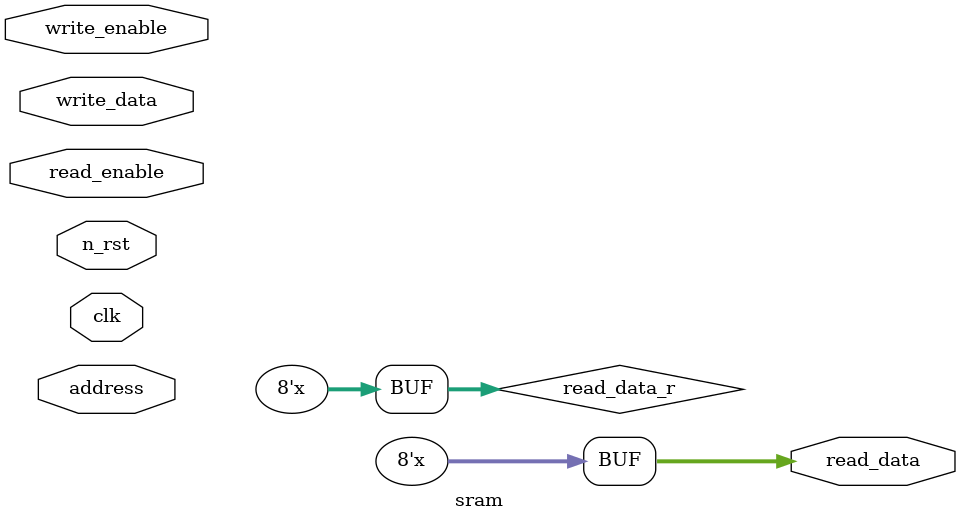
<source format=sv>
module sram
(
	input wire clk,
	input wire n_rst,
	input wire read_enable,
	input wire write_enable,
	input wire [15:0] address,
	input wire [7:0] write_data,
	output wire [7:0] read_data
	);

	reg [63:0] sram = 64'h0000000000000000;
	reg [7:0] read_data_r;
	reg [7:0] write_data_r;
	assign read_data = read_data_r;

	always_comb
	begin
		if(address == 16'h0001 && write_enable == 1'b1) begin
		sram[63:0] = {sram[63:8],write_data};
		end else if (address == 16'h0002 && write_enable == 1'b1)begin
		sram[63:0] = {sram[63:16],write_data,sram[7:0]};
		end else if (address == 16'h003 && write_enable == 1'b1)begin
		sram[63:0] = {sram[63:24],write_data,sram[15:0]};
		end else if (address == 16'h004 && write_enable == 1'b1)begin
		sram[63:0] = {sram[63:32],write_data,sram[23:0]};
		end else if (address == 16'h005 && write_enable == 1'b1)begin
		sram[63:0] = {sram[63:40],write_data,sram[31:0]};
		end else if (address == 16'h006 && write_enable == 1'b1)begin
		sram[63:0] = {sram[63:48],write_data,sram[39:0]};
		end else if (address == 16'h007 && write_enable == 1'b1)begin
		sram[63:0] = {sram[63:56],write_data,sram[47:0]};
		end else if (address == 16'h008 && write_enable == 1'b1)begin
		sram[63:0] = {write_data,sram[55:0]};
		end else if(address == 16'h001 && read_enable == 1'b1)begin
		read_data_r = sram[7:0];
		end else if(address == 16'h002 && read_enable == 1'b1)begin
		read_data_r = sram[15:8];
		end else if(address == 16'h003 && read_enable == 1'b1) begin
		read_data_r = sram[23:16];
		end else if(address == 16'h004 && read_enable == 1'b1) begin
		read_data_r = sram[31:24];
		end else if(address == 16'h005 && read_enable == 1'b1) begin
		read_data_r = sram[39:32];
		end else if(address == 16'h006 && read_enable == 1'b1) begin
		read_data_r = sram[47:40];
		end else if(address == 16'h007 && read_enable == 1'b1) begin
		read_data_r = sram[55:48];
		end else if(address == 16'h008 && read_enable == 1'b1) begin
		read_data_r = sram[63:56];
		end
	end


endmodule



</source>
